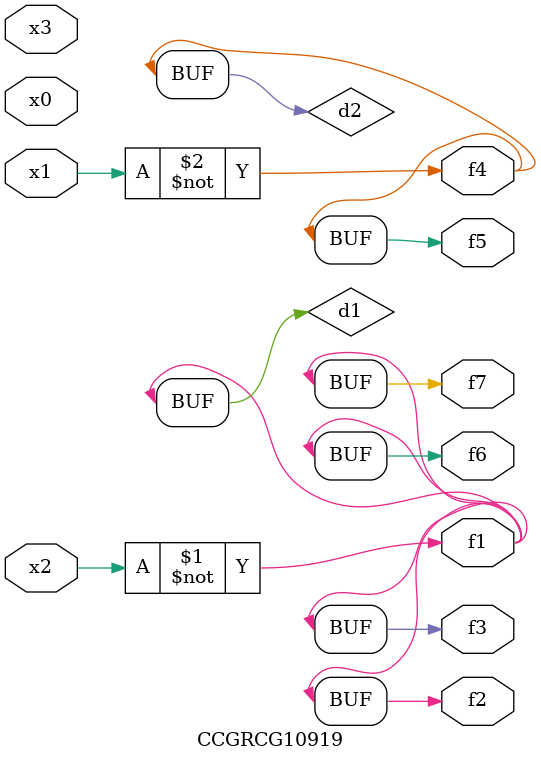
<source format=v>
module CCGRCG10919(
	input x0, x1, x2, x3,
	output f1, f2, f3, f4, f5, f6, f7
);

	wire d1, d2;

	xnor (d1, x2);
	not (d2, x1);
	assign f1 = d1;
	assign f2 = d1;
	assign f3 = d1;
	assign f4 = d2;
	assign f5 = d2;
	assign f6 = d1;
	assign f7 = d1;
endmodule

</source>
